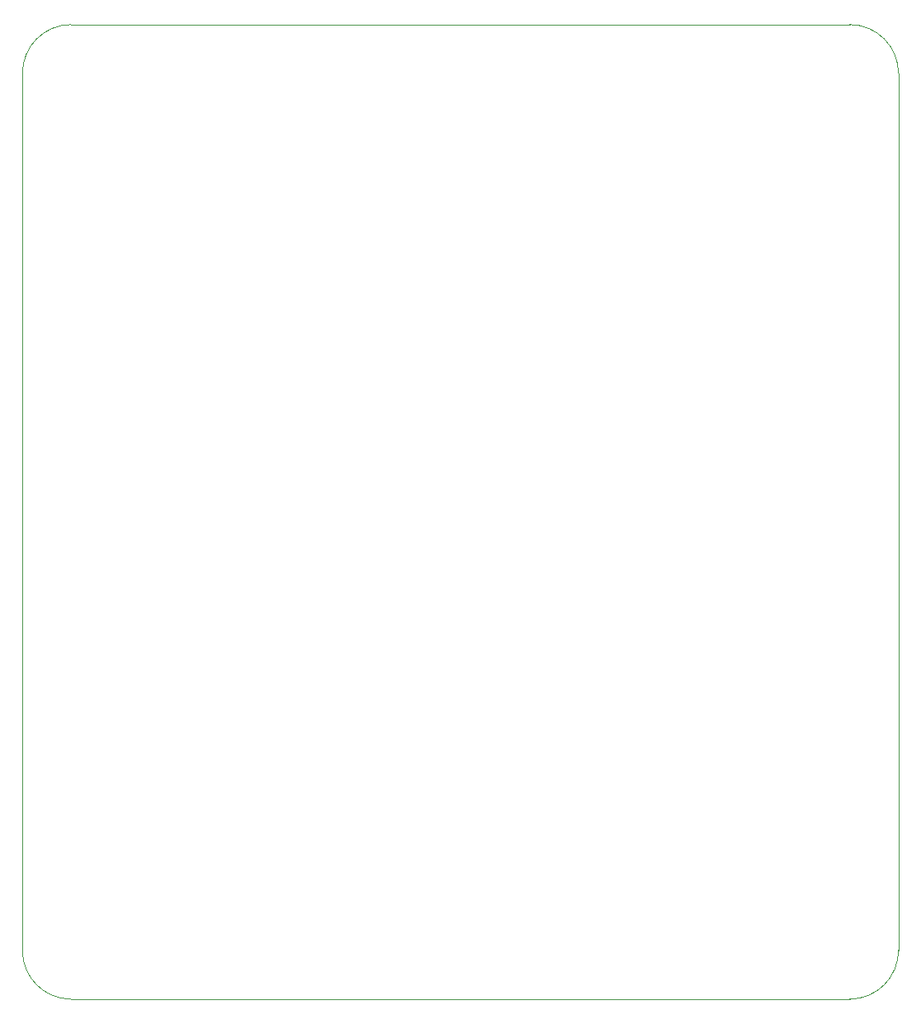
<source format=gbr>
%TF.GenerationSoftware,KiCad,Pcbnew,(7.0.0-0)*%
%TF.CreationDate,2023-04-09T15:51:22-04:00*%
%TF.ProjectId,KwartzLab-SensorBoard-Rev2,4b776172-747a-44c6-9162-2d53656e736f,2*%
%TF.SameCoordinates,Original*%
%TF.FileFunction,Profile,NP*%
%FSLAX46Y46*%
G04 Gerber Fmt 4.6, Leading zero omitted, Abs format (unit mm)*
G04 Created by KiCad (PCBNEW (7.0.0-0)) date 2023-04-09 15:51:22*
%MOMM*%
%LPD*%
G01*
G04 APERTURE LIST*
%TA.AperFunction,Profile*%
%ADD10C,0.100000*%
%TD*%
G04 APERTURE END LIST*
D10*
X175007188Y-158649988D02*
G75*
G03*
X180007188Y-153650000I12J4999988D01*
G01*
X95050000Y-58650000D02*
G75*
G03*
X90050000Y-63650000I0J-5000000D01*
G01*
X175007188Y-158650000D02*
X95050000Y-158650000D01*
X180007200Y-63650000D02*
G75*
G03*
X175007188Y-58650000I-5000000J0D01*
G01*
X180007188Y-63650000D02*
X180007188Y-153650000D01*
X90050000Y-153650000D02*
X90050000Y-63650000D01*
X90050000Y-153650000D02*
G75*
G03*
X95050000Y-158650000I5000000J0D01*
G01*
X95050000Y-58650000D02*
X175007188Y-58650000D01*
M02*

</source>
